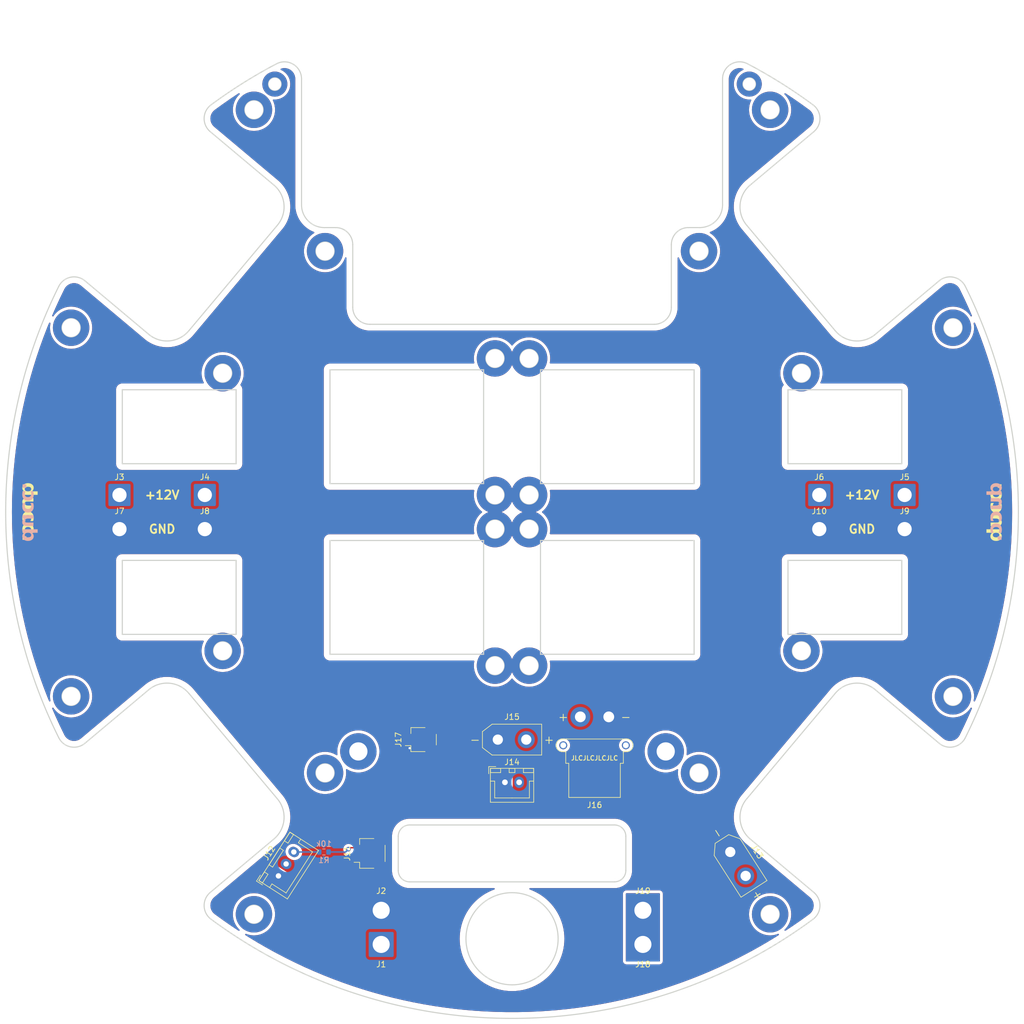
<source format=kicad_pcb>
(kicad_pcb (version 20221018) (generator pcbnew)
  (title_block (title "layer 2 pcb drawing") (date "2023-11-10") (company "8076ducc Robotics Competition Team"))
  (layers (0 "F.Cu" signal) (31 "B.Cu" signal) (34 "B.Paste" user) (35 "F.Paste" user) (36 "B.SilkS" user "B.Silkscreen") (37 "F.SilkS" user "F.Silkscreen") (38 "B.Mask" user) (39 "F.Mask" user) (44 "Edge.Cuts" user))
  (net 0 "")
  (net 1 "+12V")
  (net 2 "GND")
  (net 3 "/BATT")
  (net 4 "+3V3")
  (net 5 "Net-(J12-Pin_3)")
  (footprint "Connector_AMASS:AMASS_XT30UPB-F_1x02_P5.0mm_Vertical" (layer "F.Cu") (at 143.357043 164.747279 -57.3)
    (fp_text reference "J13" (at 2.5 -4 -57.3) (layer "F.SilkS"))
    (fp_text value "XT60-F")
    (fp_text user "+" (at 9 0 -57.3) (layer "F.SilkS") (effects (font (size 1.5 1.5))))
    (fp_text user "-" (at -4 0 -57.3) (layer "F.SilkS") (effects (font (size 1.5 1.5))))
    (fp_line (start -2.71 -1.41) (end -2.71 1.41) (stroke (width 0.12)) (layer "F.SilkS"))
    (fp_line (start -2.71 -1.41) (end -1.01 -2.71) (stroke (width 0.12)) (layer "F.SilkS"))
    (fp_line (start -2.71 1.41) (end -1.01 2.71) (stroke (width 0.12)) (layer "F.SilkS"))
    (fp_line (start -1.01 -2.71) (end 7.71 -2.71) (stroke (width 0.12)) (layer "F.SilkS"))
    (fp_line (start -1.01 2.71) (end 7.71 2.71) (stroke (width 0.12)) (layer "F.SilkS"))
    (fp_line (start 7.71 -2.71) (end 7.71 2.71) (stroke (width 0.12)) (layer "F.SilkS"))
    (pad "1" thru_hole rect (at 0 0 302.7) (size 3 3) (drill 1.8) (layers "*.Cu" "*.Mask") (net 2 "GND"))
    (pad "2" thru_hole circle (at 5 0 302.7) (size 3 3) (drill 1.8) (layers "*.Cu" "*.Mask") (net 1 "+12V"))
  )
  (footprint "Connector_JST:JST_XH_B2B-XH-A_1x02_P2.50mm_Vertical" (layer "F.Cu") (at 103.75 152.5)
    (fp_text reference "J14" (at 1.25 -3.55) (layer "F.SilkS"))
    (fp_text value "XH2.54 2P")
    (fp_line (start -2.85 -2.75) (end -2.85 -1.5) (stroke (width 0.12)) (layer "F.SilkS"))
    (fp_line (start -2.56 -2.46) (end -2.56 3.51) (stroke (width 0.12)) (layer "F.SilkS"))
    (fp_line (start -2.56 3.51) (end 5.06 3.51) (stroke (width 0.12)) (layer "F.SilkS"))
    (fp_line (start -2.55 -2.45) (end -2.55 -1.7) (stroke (width 0.12)) (layer "F.SilkS"))
    (fp_line (start -2.55 -1.7) (end -0.75 -1.7) (stroke (width 0.12)) (layer "F.SilkS"))
    (fp_line (start -2.55 -0.2) (end -1.8 -0.2) (stroke (width 0.12)) (layer "F.SilkS"))
    (fp_line (start -1.8 -0.2) (end -1.8 2.75) (stroke (width 0.12)) (layer "F.SilkS"))
    (fp_line (start -1.8 2.75) (end 1.25 2.75) (stroke (width 0.12)) (layer "F.SilkS"))
    (fp_line (start -1.6 -2.75) (end -2.85 -2.75) (stroke (width 0.12)) (layer "F.SilkS"))
    (fp_line (start -0.75 -2.45) (end -2.55 -2.45) (stroke (width 0.12)) (layer "F.SilkS"))
    (fp_line (start -0.75 -1.7) (end -0.75 -2.45) (stroke (width 0.12)) (layer "F.SilkS"))
    (fp_line (start 0.75 -2.45) (end 0.75 -1.7) (stroke (width 0.12)) (layer "F.SilkS"))
    (fp_line (start 0.75 -1.7) (end 1.75 -1.7) (stroke (width 0.12)) (layer "F.SilkS"))
    (fp_line (start 1.75 -2.45) (end 0.75 -2.45) (stroke (width 0.12)) (layer "F.SilkS"))
    (fp_line (start 1.75 -1.7) (end 1.75 -2.45) (stroke (width 0.12)) (layer "F.SilkS"))
    (fp_line (start 3.25 -2.45) (end 3.25 -1.7) (stroke (width 0.12)) (layer "F.SilkS"))
    (fp_line (start 3.25 -1.7) (end 5.05 -1.7) (stroke (width 0.12)) (layer "F.SilkS"))
    (fp_line (start 4.3 -0.2) (end 4.3 2.75) (stroke (width 0.12)) (layer "F.SilkS"))
    (fp_line (start 4.3 2.75) (end 1.25 2.75) (stroke (width 0.12)) (layer "F.SilkS"))
    (fp_line (start 5.05 -2.45) (end 3.25 -2.45) (stroke (width 0.12)) (layer "F.SilkS"))
    (fp_line (start 5.05 -1.7) (end 5.05 -2.45) (stroke (width 0.12)) (layer "F.SilkS"))
    (fp_line (start 5.05 -0.2) (end 4.3 -0.2) (stroke (width 0.12)) (layer "F.SilkS"))
    (fp_line (start 5.06 -2.46) (end -2.56 -2.46) (stroke (width 0.12)) (layer "F.SilkS"))
    (fp_line (start 5.06 3.51) (end 5.06 -2.46) (stroke (width 0.12)) (layer "F.SilkS"))
    (pad "1" thru_hole roundrect (at 0 0) (size 1.7 2) (drill 1) (layers "*.Cu" "*.Mask") (roundrect_rratio 0.1470588235) (net 2 "GND"))
    (pad "2" thru_hole oval (at 2.5 0) (size 1.7 2) (drill 1) (layers "*.Cu" "*.Mask") (net 1 "+12V"))
  )
  (footprint "Connector_JST:JST_SH_SM02B-SRSS-TB_1x02-1MP_P1.00mm_Horizontal" (layer "F.Cu") (at 89 145 90)
    (fp_text reference "J17" (at 0 -3.98 90) (layer "F.SilkS"))
    (fp_text value "SH1.0 2P")
    (fp_line (start -2.11 -1.785) (end -1.06 -1.785) (stroke (width 0.12)) (layer "F.SilkS"))
    (fp_line (start -2.11 0.715) (end -2.11 -1.785) (stroke (width 0.12)) (layer "F.SilkS"))
    (fp_line (start -1.06 -1.785) (end -1.06 -2.775) (stroke (width 0.12)) (layer "F.SilkS"))
    (fp_line (start -0.94 2.685) (end 0.94 2.685) (stroke (width 0.12)) (layer "F.SilkS"))
    (fp_line (start 2.11 -1.785) (end 1.06 -1.785) (stroke (width 0.12)) (layer "F.SilkS"))
    (fp_line (start 2.11 0.715) (end 2.11 -1.785) (stroke (width 0.12)) (layer "F.SilkS"))
    (pad "1" smd roundrect (at -0.5 -2 90) (size 0.6 1.55) (layers "F.Cu" "F.Paste" "F.Mask") (net 2 "GND"))
    (pad "2" smd roundrect (at 0.5 -2 90) (size 0.6 1.55) (layers "F.Cu" "F.Paste" "F.Mask") (net 2 "GND"))
    (pad "MP" smd roundrect (at -1.8 1.875 90) (size 1.2 1.8) (layers "F.Cu" "F.Paste" "F.Mask") (roundrect_rratio 0.2083333333))
    (pad "MP" smd roundrect (at 1.8 1.875 90) (size 1.2 1.8) (layers "F.Cu" "F.Paste" "F.Mask") (roundrect_rratio 0.2083333333))
  )
  (footprint "Connector_Wire:SolderWire-2.5sqmm_1x01_D2.4mm_OD4.4mm" (layer "F.Cu") (at 128 181)
    (fp_text reference "J18" (at 0 3.5) (layer "F.SilkS"))
    (fp_text value "Conn_01x01_Female")
    (pad "1" thru_hole roundrect (at 0 0) (size 4.4 4.4) (drill 3) (layers "*.Cu" "*.Mask") (roundrect_rratio 0.05681795455) (net 3 "/BATT"))
  )
  (footprint "Connector_Wire:SolderWire-2.5sqmm_1x01_D2.4mm_OD4.4mm" (layer "F.Cu") (at 82 175)
    (fp_text reference "J2" (at 0 -3.4) (layer "F.SilkS"))
    (fp_text value "Conn_01x01_Female")
    (pad "1" thru_hole roundrect (at 0 0) (size 4.4 4.4) (drill 3) (layers "*.Cu" "*.Mask") (roundrect_rratio 0.05681795455) (net 2 "GND"))
  )
  (footprint "Connector_Wire:SolderWire-2sqmm_1x01_D2mm_OD3.9mm" (layer "F.Cu") (at 174 108)
    (fp_text reference "J9" (at 0 -3.15) (layer "F.SilkS"))
    (fp_text value "Conn_01x01_Female")
    (pad "1" thru_hole roundrect (at 0 0) (size 3.9 3.9) (drill 2.5) (layers "*.Cu" "*.Mask") (roundrect_rratio 0.06410307692) (net 2 "GND"))
  )
  (footprint "Connector_JST:JST_XH_B3B-XH-A_1x03_P2.50mm_Vertical" (layer "F.Cu") (at 63.941829 168.954881 57.301)
    (fp_text reference "J12" (at 2.5 -3.55 57.301) (layer "F.SilkS"))
    (fp_text value "XH2.54 3P")
    (fp_line (start -2.85 -2.75) (end -2.85 -1.5) (stroke (width 0.12)) (layer "F.SilkS"))
    (fp_line (start -2.56 -2.46) (end -2.56 3.51) (stroke (width 0.12)) (layer "F.SilkS"))
    (fp_line (start -2.56 3.51) (end 7.56 3.51) (stroke (width 0.12)) (layer "F.SilkS"))
    (fp_line (start -2.55 -2.45) (end -2.55 -1.7) (stroke (width 0.12)) (layer "F.SilkS"))
    (fp_line (start -2.55 -1.7) (end -0.75 -1.7) (stroke (width 0.12)) (layer "F.SilkS"))
    (fp_line (start -2.55 -0.2) (end -1.8 -0.2) (stroke (width 0.12)) (layer "F.SilkS"))
    (fp_line (start -1.8 -0.2) (end -1.8 2.75) (stroke (width 0.12)) (layer "F.SilkS"))
    (fp_line (start -1.8 2.75) (end 2.5 2.75) (stroke (width 0.12)) (layer "F.SilkS"))
    (fp_line (start -1.6 -2.75) (end -2.85 -2.75) (stroke (width 0.12)) (layer "F.SilkS"))
    (fp_line (start -0.75 -2.45) (end -2.55 -2.45) (stroke (width 0.12)) (layer "F.SilkS"))
    (fp_line (start -0.75 -1.7) (end -0.75 -2.45) (stroke (width 0.12)) (layer "F.SilkS"))
    (fp_line (start 0.75 -2.45) (end 0.75 -1.7) (stroke (width 0.12)) (layer "F.SilkS"))
    (fp_line (start 0.75 -1.7) (end 4.25 -1.7) (stroke (width 0.12)) (layer "F.SilkS"))
    (fp_line (start 4.25 -2.45) (end 0.75 -2.45) (stroke (width 0.12)) (layer "F.SilkS"))
    (fp_line (start 4.25 -1.7) (end 4.25 -2.45) (stroke (width 0.12)) (layer "F.SilkS"))
    (fp_line (start 5.75 -2.45) (end 5.75 -1.7) (stroke (width 0.12)) (layer "F.SilkS"))
    (fp_line (start 5.75 -1.7) (end 7.55 -1.7) (stroke (width 0.12)) (layer "F.SilkS"))
    (fp_line (start 6.8 -0.2) (end 6.8 2.75) (stroke (width 0.12)) (layer "F.SilkS"))
    (fp_line (start 6.8 2.75) (end 2.5 2.75) (stroke (width 0.12)) (layer "F.SilkS"))
    (fp_line (start 7.55 -2.45) (end 5.75 -2.45) (stroke (width 0.12)) (layer "F.SilkS"))
    (fp_line (start 7.55 -1.7) (end 7.55 -2.45) (stroke (width 0.12)) (layer "F.SilkS"))
    (fp_line (start 7.55 -0.2) (end 6.8 -0.2) (stroke (width 0.12)) (layer "F.SilkS"))
    (fp_line (start 7.56 -2.46) (end -2.56 -2.46) (stroke (width 0.12)) (layer "F.SilkS"))
    (fp_line (start 7.56 3.51) (end 7.56 -2.46) (stroke (width 0.12)) (layer "F.SilkS"))
    (pad "1" thru_hole roundrect (at 0 0 57.301) (size 1.7 1.95) (drill 0.95) (layers "*.Cu" "*.Mask") (roundrect_rratio 0.1470588235) (net 2 "GND"))
    (pad "2" thru_hole oval (at 2.5 0 57.301) (size 1.7 1.95) (drill 0.95) (layers "*.Cu" "*.Mask") (net 1 "+12V"))
    (pad "3" thru_hole oval (at 5 0 57.301) (size 1.7 1.95) (drill 0.95) (layers "*.Cu" "*.Mask") (net 5 "Net-(J12-Pin_3)"))
  )
  (footprint "MountingHole:MountingHole_3.2mm_M3_Pad" (layer "F.Cu") (at 102 78)
    (fp_text reference "H17")
    (fp_text value "MountingHole")
    (pad "1" thru_hole circle (at 0 0) (size 6.4 6.4) (drill 3.2) (layers "*.Cu" "*.Mask"))
  )
  (footprint "MountingHole:MountingHole_3.2mm_M3_Pad" (layer "F.Cu") (at 102 108)
    (fp_text reference "H23")
    (fp_text value "MountingHole")
    (pad "1" thru_hole circle (at 0 0) (size 6.4 6.4) (drill 3.2) (layers "*.Cu" "*.Mask"))
  )
  (footprint "MountingHole:MountingHole_3.2mm_M3_Pad" (layer "F.Cu") (at 155.865 80.595)
    (fp_text reference "H12")
    (fp_text value "MountingHole")
    (pad "1" thru_hole circle (at 0 0) (size 6.4 6.4) (drill 3.2) (layers "*.Cu" "*.Mask"))
  )
  (footprint "MountingHole:MountingHole_3.2mm_M3_Pad" (layer "F.Cu") (at 132.012016 147.075539)
    (fp_text reference "H26")
    (fp_text value "MountingHole")
    (pad "1" thru_hole circle (at 0 0) (size 6.4 6.4) (drill 3.2) (layers "*.Cu" "*.Mask"))
  )
  (footprint "Connector_AMASS:AMASS_XT30UPB-F_1x02_P5.0mm_Vertical" (layer "F.Cu") (at 102.5 145)
    (fp_text reference "J15" (at 2.5 -4) (layer "F.SilkS"))
    (fp_text value "XT60-F")
    (fp_text user "-" (at -4 0) (layer "F.SilkS") (effects (font (size 1.5 1.5))))
    (fp_text user "+" (at 9 0) (layer "F.SilkS") (effects (font (size 1.5 1.5))))
    (fp_line (start -2.71 -1.41) (end -2.71 1.41) (stroke (width 0.12)) (layer "F.SilkS"))
    (fp_line (start -2.71 -1.41) (end -1.01 -2.71) (stroke (width 0.12)) (layer "F.SilkS"))
    (fp_line (start -2.71 1.41) (end -1.01 2.71) (stroke (width 0.12)) (layer "F.SilkS"))
    (fp_line (start -1.01 -2.71) (end 7.71 -2.71) (stroke (width 0.12)) (layer "F.SilkS"))
    (fp_line (start -1.01 2.71) (end 7.71 2.71) (stroke (width 0.12)) (layer "F.SilkS"))
    (fp_line (start 7.71 -2.71) (end 7.71 2.71) (stroke (width 0.12)) (layer "F.SilkS"))
    (pad "1" thru_hole rect (at 0 0) (size 3 3) (drill 1.8) (layers "*.Cu" "*.Mask") (net 2 "GND"))
    (pad "2" thru_hole circle (at 5 0) (size 3 3) (drill 1.8) (layers "*.Cu" "*.Mask") (net 1 "+12V"))
  )
  (footprint "MountingHole:MountingHole_2.2mm_M2_Pad" (layer "F.Cu") (at 63.306373 29.782705)
    (fp_text reference "H33" hide)
    (fp_text value "MountingHole")
    (pad "1" thru_hole circle (at 0 0) (size 4.4 4.4) (drill 2.2) (layers "*.Cu" "*.Mask"))
  )
  (footprint "MountingHole:MountingHole_3.2mm_M3_Pad" (layer "F.Cu") (at 77.987984 147.075539)
    (fp_text reference "H25")
    (fp_text value "MountingHole")
    (pad "1" thru_hole circle (at 0 0) (size 6.4 6.4) (drill 3.2) (layers "*.Cu" "*.Mask"))
  )
  (footprint "MountingHole:MountingHole_3.2mm_M3_Pad" (layer "F.Cu") (at 54.1351 129.405)
    (fp_text reference "H16")
    (fp_text value "MountingHole")
    (pad "1" thru_hole circle (at 0 0) (size 6.4 6.4) (drill 3.2) (layers "*.Cu" "*.Mask"))
  )
  (footprint "Connector_AMASS:AMASS_XT30PW-F_1x02_P2.50mm_Horizontal" (layer "F.Cu") (at 122 141 180)
    (fp_text reference "J16" (at 2.5 -15.5) (layer "F.SilkS"))
    (fp_text value "XT60-F")
    (fp_text user "+" (at 8 0) (layer "F.SilkS") (effects (font (size 1.5 1.5))))
    (fp_text user "-" (at -3 0) (layer "F.SilkS") (effects (font (size 1.5 1.5))))
    (fp_line (start -3.26 -6.11) (end -2.56 -6.11) (stroke (width 0.12)) (layer "F.SilkS"))
    (fp_line (start -3.26 -3.89) (end 8.26 -3.89) (stroke (width 0.12)) (layer "F.SilkS"))
    (fp_line (start -2.56 -8.16) (end -2.56 -6.11) (stroke (width 0.12)) (layer "F.SilkS"))
    (fp_line (start -2.56 -8.16) (end -2.03 -8.16) (stroke (width 0.12)) (layer "F.SilkS"))
    (fp_line (start -2.03 -14.16) (end -2.03 -8.16) (stroke (width 0.12)) (layer "F.SilkS"))
    (fp_line (start -2.03 -14.16) (end 7 -14.16) (stroke (width 0.12)) (layer "F.SilkS"))
    (fp_line (start 7.03 -14.16) (end 7.03 -8.16) (stroke (width 0.12)) (layer "F.SilkS"))
    (fp_line (start 7.03 -8.16) (end 7.56 -8.16) (stroke (width 0.12)) (layer "F.SilkS"))
    (fp_line (start 7.56 -8.16) (end 7.56 -6.11) (stroke (width 0.12)) (layer "F.SilkS"))
    (fp_line (start 7.56 -6.11) (end 8.26 -6.11) (stroke (width 0.12)) (layer "F.SilkS"))
    (fp_arc (start -3.321729 -3.903365) (mid -4.256653 -5.086124) (end -3.15 -6.11) (stroke (width 0.12)) (layer "F.SilkS"))
    (fp_arc (start 8.15 -6.11) (mid 9.26 -5) (end 8.15 -3.89) (stroke (width 0.12)) (layer "F.SilkS"))
    (pad "" thru_hole circle (at -3 -5 270) (size 1.4 1.4) (drill 1) (layers "*.Cu" "*.Mask"))
    (pad "" thru_hole circle (at 8 -5 180) (size 1.4 1.4) (drill 1) (layers "*.Cu" "*.Mask"))
    (pad "1" thru_hole rect (at 0 0 180) (size 3.5 3.5) (drill 1.9) (layers "*.Cu" "*.Mask") (net 2 "GND"))
    (pad "2" thru_hole circle (at 5 0 180) (size 3.5 3.5) (drill 1.9) (layers "*.Cu" "*.Mask") (net 1 "+12V"))
  )
  (footprint "MountingHole:MountingHole_3.2mm_M3_Pad" (layer "F.Cu") (at 108 108)
    (fp_text reference "H21")
    (fp_text value "MountingHole")
    (pad "1" thru_hole circle (at 0 0) (size 6.4 6.4) (drill 3.2) (layers "*.Cu" "*.Mask"))
  )
  (footprint "MountingHole:MountingHole_3.2mm_M3_Pad" (layer "F.Cu") (at 59.637893 34.30149)
    (fp_text reference "H1")
    (fp_text value "MountingHole")
    (pad "1" thru_hole circle (at 0 0) (size 6.4 6.4) (drill 3.2) (layers "*.Cu" "*.Mask"))
  )
  (footprint "Connector_Wire:SolderWire-2sqmm_1x01_D2mm_OD3.9mm" (layer "F.Cu") (at 51 108)
    (fp_text reference "J8" (at 0 -3.15) (layer "F.SilkS"))
    (fp_text value "Conn_01x01_Female")
    (pad "1" thru_hole roundrect (at 0 0) (size 3.9 3.9) (drill 2.5) (layers "*.Cu" "*.Mask") (roundrect_rratio 0.06410307692) (net 2 "GND"))
  )
  (footprint "MountingHole:MountingHole_3.2mm_M3_Pad" (layer "F.Cu") (at 54.1351 80.595)
    (fp_text reference "H9")
    (fp_text value "MountingHole")
    (pad "1" thru_hole circle (at 0 0) (size 6.4 6.4) (drill 3.2) (layers "*.Cu" "*.Mask"))
  )
  (footprint "Connector_JST:JST_SH_SM03B-SRSS-TB_1x03-1MP_P1.00mm_Horizontal" (layer "F.Cu") (at 80 165 90)
    (fp_text reference "J11" (at 0 -3.98 90) (layer "F.SilkS"))
    (fp_text value "SH1.0 3P")
    (fp_line (start -2.61 -1.785) (end -1.56 -1.785) (stroke (width 0.12)) (layer "F.SilkS"))
    (fp_line (start -2.61 0.715) (end -2.61 -1.785) (stroke (width 0.12)) (layer "F.SilkS"))
    (fp_line (start -1.56 -1.785) (end -1.56 -2.775) (stroke (width 0.12)) (layer "F.SilkS"))
    (fp_line (start -1.44 2.685) (end 1.44 2.685) (stroke (width 0.12)) (layer "F.SilkS"))
    (fp_line (start 2.61 -1.785) (end 1.56 -1.785) (stroke (width 0.12)) (layer "F.SilkS"))
    (fp_line (start 2.61 0.715) (end 2.61 -1.785) (stroke (width 0.12)) (layer "F.SilkS"))
    (pad "1" smd roundrect (at -1 -2 90) (size 0.6 1.55) (layers "F.Cu" "F.Paste" "F.Mask") (net 2 "GND"))
    (pad "2" smd roundrect (at 0 -2 90) (size 0.6 1.55) (layers "F.Cu" "F.Paste" "F.Mask") (net 2 "GND"))
    (pad "3" smd roundrect (at 1 -2 90) (size 0.6 1.55) (layers "F.Cu" "F.Paste" "F.Mask") (net 4 "+3V3"))
    (pad "MP" smd roundrect (at -2.3 1.875 90) (size 1.2 1.8) (layers "F.Cu" "F.Paste" "F.Mask") (roundrect_rratio 0.2083333333))
    (pad "MP" smd roundrect (at 2.3 1.875 90) (size 1.2 1.8) (layers "F.Cu" "F.Paste" "F.Mask") (roundrect_rratio 0.2083333333))
  )
  (footprint "MountingHole:MountingHole_2.2mm_M2_Pad" (layer "F.Cu") (at 146.693627 29.782705)
    (fp_text reference "H34" hide)
    (fp_text value "MountingHole")
    (pad "1" thru_hole circle (at 0 0) (size 4.4 4.4) (drill 2.2) (layers "*.Cu" "*.Mask"))
  )
  (footprint "Connector_Wire:SolderWire-2.5sqmm_1x01_D2.4mm_OD4.4mm" (layer "F.Cu") (at 128 175)
    (fp_text reference "J19" (at 0 -3.4) (layer "F.SilkS"))
    (fp_text value "Conn_01x01_Female")
    (pad "1" thru_hole roundrect (at 0 0) (size 4.4 4.4) (drill 3) (layers "*.Cu" "*.Mask") (roundrect_rratio 0.05681795455) (net 3 "/BATT"))
  )
  (footprint "MountingHole:MountingHole_3.2mm_M3_Pad" (layer "F.Cu") (at 72.1332 150.854)
    (fp_text reference "H15")
    (fp_text value "MountingHole")
    (pad "1" thru_hole circle (at 0 0) (size 6.4 6.4) (drill 3.2) (layers "*.Cu" "*.Mask"))
  )
  (footprint "MountingHole:MountingHole_3.2mm_M3_Pad" (layer "F.Cu") (at 72.1332 59.1457)
    (fp_text reference "H10")
    (fp_text value "MountingHole")
    (pad "1" thru_hole circle (at 0 0) (size 6.4 6.4) (drill 3.2) (layers "*.Cu" "*.Mask"))
  )
  (footprint "MountingHole:MountingHole_3.2mm_M3_Pad" (layer "F.Cu") (at 27.4985 72.6037)
    (fp_text reference "H8")
    (fp_text value "MountingHole")
    (pad "1" thru_hole circle (at 0 0) (size 6.4 6.4) (drill 3.2) (layers "*.Cu" "*.Mask"))
  )
  (footprint "Connector_Wire:SolderWire-2sqmm_1x01_D2mm_OD3.9mm" (layer "F.Cu") (at 159 102)
    (fp_text reference "J6" (at 0 -3.15) (layer "F.SilkS"))
    (fp_text value "Conn_01x01_Female")
    (pad "1" thru_hole roundrect (at 0 0) (size 3.9 3.9) (drill 2.5) (layers "*.Cu" "*.Mask") (roundrect_rratio 0.06410307692) (net 1 "+12V"))
  )
  (footprint "MountingHole:MountingHole_3.2mm_M3_Pad" (layer "F.Cu") (at 137.867 150.854)
    (fp_text reference "H14")
    (fp_text value "MountingHole")
    (pad "1" thru_hole circle (at 0 0) (size 6.4 6.4) (drill 3.2) (layers "*.Cu" "*.Mask"))
  )
  (footprint "Connector_Wire:SolderWire-2sqmm_1x01_D2mm_OD3.9mm" (layer "F.Cu") (at 174 102)
    (fp_text reference "J5" (at 0 -3.15) (layer "F.SilkS"))
    (fp_text value "Conn_01x01_Female")
    (pad "1" thru_hole roundrect (at 0 0) (size 3.9 3.9) (drill 2.5) (layers "*.Cu" "*.Mask") (roundrect_rratio 0.06410307692) (net 1 "+12V"))
  )
  (footprint "MountingHole:MountingHole_3.2mm_M3_Pad" (layer "F.Cu") (at 182.501 72.6037)
    (fp_text reference "H3")
    (fp_text value "MountingHole")
    (pad "1" thru_hole circle (at 0 0) (size 6.4 6.4) (drill 3.2) (layers "*.Cu" "*.Mask"))
  )
  (footprint "MountingHole:MountingHole_3.2mm_M3_Pad" (layer "F.Cu") (at 137.867 59.1457)
    (fp_text reference "H11")
    (fp_text value "MountingHole")
    (pad "1" thru_hole circle (at 0 0) (size 6.4 6.4) (drill 3.2) (layers "*.Cu" "*.Mask"))
  )
  (footprint "Connector_Wire:SolderWire-2sqmm_1x01_D2mm_OD3.9mm" (layer "F.Cu") (at 36 102)
    (fp_text reference "J3" (at 0 -3.15) (layer "F.SilkS"))
    (fp_text value "Conn_01x01_Female")
    (pad "1" thru_hole roundrect (at 0 0) (size 3.9 3.9) (drill 2.5) (layers "*.Cu" "*.Mask") (roundrect_rratio 0.06410307692) (net 1 "+12V"))
  )
  (footprint "MountingHole:MountingHole_3.2mm_M3_Pad" (layer "F.Cu") (at 182.501 137.396)
    (fp_text reference "H4")
    (fp_text value "MountingHole")
    (pad "1" thru_hole circle (at 0 0) (size 6.4 6.4) (drill 3.2) (layers "*.Cu" "*.Mask"))
  )
  (footprint "MountingHole:MountingHole_3.2mm_M3_Pad" (layer "F.Cu") (at 27.4985 137.396)
    (fp_text reference "H7")
    (fp_text value "MountingHole")
    (pad "1" thru_hole circle (at 0 0) (size 6.4 6.4) (drill 3.2) (layers "*.Cu" "*.Mask"))
  )
  (footprint "Connector_Wire:SolderWire-2sqmm_1x01_D2mm_OD3.9mm" (layer "F.Cu") (at 51 102)
    (fp_text reference "J4" (at 0 -3.15) (layer "F.SilkS"))
    (fp_text value "Conn_01x01_Female")
    (pad "1" thru_hole roundrect (at 0 0) (size 3.9 3.9) (drill 2.5) (layers "*.Cu" "*.Mask") (roundrect_rratio 0.06410307692) (net 1 "+12V"))
  )
  (footprint "MountingHole:MountingHole_3.2mm_M3_Pad" (layer "F.Cu") (at 59.6379 175.699)
    (fp_text reference "H6")
    (fp_text value "MountingHole")
    (pad "1" thru_hole circle (at 0 0) (size 6.4 6.4) (drill 3.2) (layers "*.Cu" "*.Mask"))
  )
  (footprint "MountingHole:MountingHole_3.2mm_M3_Pad" (layer "F.Cu") (at 150.362107 34.30149)
    (fp_text reference "H2")
    (fp_text value "MountingHole")
    (pad "1" thru_hole circle (at 0 0) (size 6.4 6.4) (drill 3.2) (layers "*.Cu" "*.Mask"))
  )
  (footprint "MountingHole:MountingHole_3.2mm_M3_Pad" (layer "F.Cu") (at 155.865 129.405)
    (fp_text reference "H13")
    (fp_text value "MountingHole")
    (pad "1" thru_hole circle (at 0 0) (size 6.4 6.4) (drill 3.2) (layers "*.Cu" "*.Mask"))
  )
  (footprint "MountingHole:MountingHole_3.2mm_M3_Pad" (layer "F.Cu") (at 108 102)
    (fp_text reference "H20")
    (fp_text value "MountingHole")
    (pad "1" thru_hole circle (at 0 0) (size 6.4 6.4) (drill 3.2) (layers "*.Cu" "*.Mask"))
  )
  (footprint "MountingHole:MountingHole_3.2mm_M3_Pad" (layer "F.Cu") (at 108 132)
    (fp_text reference "H22")
    (fp_text value "MountingHole")
    (pad "1" thru_hole circle (at 0 0) (size 6.4 6.4) (drill 3.2) (layers "*.Cu" "*.Mask"))
  )
  (footprint "Connector_Wire:SolderWire-2sqmm_1x01_D2mm_OD3.9mm" (layer "F.Cu") (at 159 108)
    (fp_text reference "J10" (at 0 -3.15) (layer "F.SilkS"))
    (fp_text value "Conn_01x01_Female")
    (pad "1" thru_hole roundrect (at 0 0) (size 3.9 3.9) (drill 2.5) (layers "*.Cu" "*.Mask") (roundrect_rratio 0.06410307692) (net 2 "GND"))
  )
  (footprint "MountingHole:MountingHole_3.2mm_M3_Pad" (layer "F.Cu") (at 102 102)
    (fp_text reference "H18")
    (fp_text value "MountingHole")
    (pad "1" thru_hole circle (at 0 0) (size 6.4 6.4) (drill 3.2) (layers "*.Cu" "*.Mask"))
  )
  (footprint "MountingHole:MountingHole_3.2mm_M3_Pad" (layer "F.Cu") (at 108 78)
    (fp_text reference "H19")
    (fp_text value "MountingHole")
    (pad "1" thru_hole circle (at 0 0) (size 6.4 6.4) (drill 3.2) (layers "*.Cu" "*.Mask"))
  )
  (footprint "Connector_Wire:SolderWire-2.5sqmm_1x01_D2.4mm_OD4.4mm" (layer "F.Cu") (at 82 181)
    (fp_text reference "J1" (at 0 3.5) (layer "F.SilkS"))
    (fp_text value "Conn_01x01_Female")
    (pad "1" thru_hole roundrect (at 0 0) (size 4.4 4.4) (drill 3) (layers "*.Cu" "*.Mask") (roundrect_rratio 0.05681795455) (net 1 "+12V"))
  )
  (footprint "MountingHole:MountingHole_3.2mm_M3_Pad" (layer "F.Cu") (at 102 132)
    (fp_text reference "H24")
    (fp_text value "MountingHole")
    (pad "1" thru_hole circle (at 0 0) (size 6.4 6.4) (drill 3.2) (layers "*.Cu" "*.Mask"))
  )
  (footprint "MountingHole:MountingHole_3.2mm_M3_Pad" (layer "F.Cu") (at 150.362 175.699)
    (fp_text reference "H5")
    (fp_text value "MountingHole")
    (pad "1" thru_hole circle (at 0 0) (size 6.4 6.4) (drill 3.2) (layers "*.Cu" "*.Mask"))
  )
  (footprint "Connector_Wire:SolderWire-2sqmm_1x01_D2mm_OD3.9mm" (layer "F.Cu") (at 36 108)
    (fp_text reference "J7" (at 0 -3.15) (layer "F.SilkS"))
    (fp_text value "Conn_01x01_Female")
    (pad "1" thru_hole roundrect (at 0 0) (size 3.9 3.9) (drill 2.5) (layers "*.Cu" "*.Mask") (roundrect_rratio 0.06410307692) (net 2 "GND"))
  )
  (footprint "Resistor_SMD:R_0603_1608Metric" (layer "B.Cu") (at 71.925 164.75)
    (fp_text reference "R1" (at 0 1.43) (layer "B.SilkS") (effects (justify mirror)))
    (fp_text value "10k" (at 0 -1.43) (layer "B.SilkS") (effects (justify mirror)))
    (fp_line (start -0.237258 -0.5225) (end 0.237258 -0.5225) (stroke (width 0.12)) (layer "B.SilkS"))
    (fp_line (start -0.237258 0.5225) (end 0.237258 0.5225) (stroke (width 0.12)) (layer "B.SilkS"))
    (pad "1" smd roundrect (at -0.825 0) (size 0.8 0.95) (layers "B.Cu" "B.Paste" "B.Mask") (net 5 "Net-(J12-Pin_3)"))
    (pad "2" smd roundrect (at 0.825 0) (size 0.8 0.95) (layers "B.Cu" "B.Paste" "B.Mask") (net 4 "+3V3"))
  )
  (gr_arc (start 25.330811 65.328595) (mid 27.404624 63.728825) (end 29.944652 64.3677) (stroke (width 0.2)) (layer "Edge.Cuts"))
  (gr_line (start 29.944652 145.6323) (end 41.139374 136.238813) (stroke (width 0.2)) (layer "Edge.Cuts"))
  (gr_circle (center 150.362107 175.69851) (end 148.762107 175.69851) (stroke (width 0.2)) (fill none) (layer "Edge.Cuts"))
  (gr_line (start 56.5 126.5) (end 36.5 126.5) (stroke (width 0.2)) (layer "Edge.Cuts"))
  (gr_circle (center 146.693627 29.782705) (end 145.593627 29.782705) (stroke (width 0.2)) (fill none) (layer "Edge.Cuts"))
  (gr_line (start 153.5 113.5) (end 173.5 113.5) (stroke (width 0.2)) (layer "Edge.Cuts"))
  (gr_line (start 73 110) (end 100 110) (stroke (width 0.2)) (layer "Edge.Cuts"))
  (gr_circle (center 108 108) (end 106.4 108) (stroke (width 0.2)) (fill none) (layer "Edge.Cuts"))
  (gr_line (start 73 100) (end 73 80) (stroke (width 0.2)) (layer "Edge.Cuts"))
  (gr_circle (center 59.637893 34.30149) (end 58.037893 34.30149) (stroke (width 0.2)) (fill none) (layer "Edge.Cuts"))
  (gr_arc (start 29.944652 145.6323) (mid 27.40463 146.271148) (end 25.330811 144.671405) (stroke (width 0.2)) (layer "Edge.Cuts"))
  (gr_circle (center 155.864887 80.594994) (end 154.264887 80.594994) (stroke (width 0.2)) (fill none) (layer "Edge.Cuts"))
  (gr_arc (start 146.395361 26.212792) (mid 152.287131 29.601546) (end 157.903117 33.430032) (stroke (width 0.2)) (layer "Edge.Cuts"))
  (gr_arc (start 87 170) (mid 85.585786 169.414214) (end 85 168) (stroke (width 0.2)) (layer "Edge.Cuts"))
  (gr_circle (center 27.498512 137.396287) (end 25.898512 137.396287) (stroke (width 0.2)) (fill none) (layer "Edge.Cuts"))
  (gr_line (start 173.5 83.5) (end 173.5 96.5) (stroke (width 0.2)) (layer "Edge.Cuts"))
  (gr_circle (center 182.501488 72.603713) (end 180.901488 72.603713) (stroke (width 0.2)) (fill none) (layer "Edge.Cuts"))
  (gr_arc (start 63.604651 26.212786) (mid 66.551436 26.300843) (end 68 28.868535) (stroke (width 0.2)) (layer "Edge.Cuts"))
  (gr_arc (start 72 55) (mid 69.171573 53.828427) (end 68 51) (stroke (width 0.2)) (layer "Edge.Cuts"))
  (gr_circle (center 54.135113 129.405006) (end 52.535113 129.405006) (stroke (width 0.2)) (fill none) (layer "Edge.Cuts"))
  (gr_arc (start 80 72) (mid 77.87868 71.12132) (end 77 69) (stroke (width 0.2)) (layer "Edge.Cuts"))
  (gr_arc (start 133 69) (mid 132.12132 71.12132) (end 130 72) (stroke (width 0.2)) (layer "Edge.Cuts"))
  (gr_arc (start 161.816466 136.855097) (mid 165.210912 135.088041) (end 168.860626 136.238813) (stroke (width 0.2)) (layer "Edge.Cuts"))
  (gr_line (start 130 72) (end 80 72) (stroke (width 0.2)) (layer "Edge.Cuts"))
  (gr_arc (start 63.146493 47.534123) (mid 64.913527 50.928565) (end 63.762777 54.578283) (stroke (width 0.2)) (layer "Edge.Cuts"))
  (gr_line (start 153.5 126.5) (end 153.5 113.5) (stroke (width 0.2)) (layer "Edge.Cuts"))
  (gr_arc (start 52.096883 176.569968) (mid 50.881545 174.24987) (end 51.951772 171.859363) (stroke (width 0.2)) (layer "Edge.Cuts"))
  (gr_circle (center 108 78) (end 106.4 78) (stroke (width 0.2)) (fill none) (layer "Edge.Cuts"))
  (gr_circle (center 72.133166 150.854251) (end 70.533166 150.854251) (stroke (width 0.2)) (fill none) (layer "Edge.Cuts"))
  (gr_line (start 153.5 96.5) (end 153.5 83.5) (stroke (width 0.2)) (layer "Edge.Cuts"))
  (gr_line (start 173.5 96.5) (end 153.5 96.5) (stroke (width 0.2)) (layer "Edge.Cuts"))
  (gr_line (start 100 80) (end 100 100) (stroke (width 0.2)) (layer "Edge.Cuts"))
  (gr_line (start 41.139374 73.761187) (end 29.944652 64.3677) (stroke (width 0.2)) (layer "Edge.Cuts"))
  (gr_arc (start 74 55) (mid 76.12132 55.87868) (end 77 58) (stroke (width 0.2)) (layer "Edge.Cuts"))
  (gr_line (start 36.5 126.5) (end 36.5 113.5) (stroke (width 0.2)) (layer "Edge.Cuts"))
  (gr_line (start 85 162) (end 85 168) (stroke (width 0.2)) (layer "Edge.Cuts"))
  (gr_line (start 137 110) (end 137 130) (stroke (width 0.2)) (layer "Edge.Cuts"))
  (gr_line (start 73 80) (end 100 80) (stroke (width 0.2)) (layer "Edge.Cuts"))
  (gr_circle (center 150.362107 34.30149) (end 148.762107 34.30149) (stroke (width 0.2)) (fill none) (layer "Edge.Cuts"))
  (gr_circle (center 72.133166 59.145749) (end 70.533166 59.145749) (stroke (width 0.2)) (fill none) (layer "Edge.Cuts"))
  (gr_arc (start 168.860626 73.761187) (mid 165.21091 74.911936) (end 161.816466 73.144903) (stroke (width 0.2)) (layer "Edge.Cuts"))
  (gr_circle (center 137.866834 59.145749) (end 136.266834 59.145749) (stroke (width 0.2)) (fill none) (layer "Edge.Cuts"))
  (gr_circle (center 102 102) (end 100.4 102) (stroke (width 0.2)) (fill none) (layer "Edge.Cuts"))
  (gr_line (start 100 100) (end 73 100) (stroke (width 0.2)) (layer "Edge.Cuts"))
  (gr_line (start 36.5 96.5) (end 36.5 83.5) (stroke (width 0.2)) (layer "Edge.Cuts"))
  (gr_line (start 133 58) (end 133 69) (stroke (width 0.2)) (layer "Edge.Cuts"))
  (gr_line (start 110 130) (end 110 110) (stroke (width 0.2)) (layer "Edge.Cuts"))
  (gr_line (start 73 130) (end 73 110) (stroke (width 0.2)) (layer "Edge.Cuts"))
  (gr_line (start 63.762777 54.578283) (end 48.183534 73.144903) (stroke (width 0.2)) (layer "Edge.Cuts"))
  (gr_line (start 142 28.868535) (end 142 51) (stroke (width 0.2)) (layer "Edge.Cuts"))
  (gr_line (start 77 69) (end 77 58) (stroke (width 0.2)) (layer "Edge.Cuts"))
  (gr_line (start 48.183534 136.855097) (end 63.762777 155.421717) (stroke (width 0.2)) (layer "Edge.Cuts"))
  (gr_line (start 125 168) (end 125 162) (stroke (width 0.2)) (layer "Edge.Cuts"))
  (gr_line (start 74 55) (end 72 55) (stroke (width 0.2)) (layer "Edge.Cuts"))
  (gr_line (start 100 110) (end 100 130) (stroke (width 0.2)) (layer "Edge.Cuts"))
  (gr_line (start 110 100) (end 110 80) (stroke (width 0.2)) (layer "Edge.Cuts"))
  (gr_line (start 56.5 96.5) (end 36.5 96.5) (stroke (width 0.2)) (layer "Edge.Cuts"))
  (gr_line (start 87 170) (end 123 170) (stroke (width 0.2)) (layer "Edge.Cuts"))
  (gr_arc (start 184.669189 144.671405) (mid 182.595376 146.271175) (end 180.055348 145.6323) (stroke (width 0.2)) (layer "Edge.Cuts"))
  (gr_circle (center 102 108) (end 100.4 108) (stroke (width 0.2)) (fill none) (layer "Edge.Cuts"))
  (gr_line (start 146.853507 47.534123) (end 158.048228 38.140637) (stroke (width 0.2)) (layer "Edge.Cuts"))
  (gr_circle (center 105 180) (end 96.9 180) (stroke (width 0.2)) (fill none) (layer "Edge.Cuts"))
  (gr_circle (center 102 78) (end 100.4 78) (stroke (width 0.2)) (fill none) (layer "Edge.Cuts"))
  (gr_circle (center 137.866834 150.854251) (end 136.266834 150.854251) (stroke (width 0.2)) (fill none) (layer "Edge.Cuts"))
  (gr_circle (center 155.864887 129.405006) (end 154.264887 129.405006) (stroke (width 0.2)) (fill none) (layer "Edge.Cuts"))
  (gr_line (start 180.055348 64.3677) (end 168.860626 73.761187) (stroke (width 0.2)) (layer "Edge.Cuts"))
  (gr_circle (center 108 132) (end 106.4 132) (stroke (width 0.2)) (fill none) (layer "Edge.Cuts"))
  (gr_arc (start 142 51) (mid 140.828427 53.828427) (end 138 55) (stroke (width 0.2)) (layer "Edge.Cuts"))
  (gr_line (start 123 160) (end 87 160) (stroke (width 0.2)) (layer "Edge.Cuts"))
  (gr_line (start 146.237223 155.421717) (end 161.816466 136.855097) (stroke (width 0.2)) (layer "Edge.Cuts"))
  (gr_line (start 137 80) (end 137 100) (stroke (width 0.2)) (layer "Edge.Cuts"))
  (gr_arc (start 48.183534 73.144903) (mid 44.789088 74.911959) (end 41.139374 73.761187) (stroke (width 0.2)) (layer "Edge.Cuts"))
  (gr_line (start 173.5 126.5) (end 153.5 126.5) (stroke (width 0.2)) (layer "Edge.Cuts"))
  (gr_arc (start 184.669189 65.328595) (mid 194 105) (end 184.669189 144.671405) (stroke (width 0.2)) (layer "Edge.Cuts"))
  (gr_arc (start 25.330811 144.671405) (mid 16 105) (end 25.330811 65.328595) (stroke (width 0.2)) (layer "Edge.Cuts"))
  (gr_line (start 110 80) (end 137 80) (stroke (width 0.2)) (layer "Edge.Cuts"))
  (gr_line (start 137 100) (end 110 100) (stroke (width 0.2)) (layer "Edge.Cuts"))
  (gr_arc (start 133 58) (mid 133.87868 55.87868) (end 136 55) (stroke (width 0.2)) (layer "Edge.Cuts"))
  (gr_line (start 56.5 83.5) (end 56.5 96.5) (stroke (width 0.2)) (layer "Edge.Cuts"))
  (gr_line (start 56.5 113.5) (end 56.5 126.5) (stroke (width 0.2)) (layer "Edge.Cuts"))
  (gr_arc (start 158.048228 171.859363) (mid 159.118444 174.24987) (end 157.903117 176.569968) (stroke (width 0.2)) (layer "Edge.Cuts"))
  (gr_arc (start 52.096883 33.430032) (mid 57.712873 29.60154) (end 63.604651 26.212786) (stroke (width 0.2)) (layer "Edge.Cuts"))
  (gr_line (start 51.951772 38.140637) (end 63.146493 47.534123) (stroke (width 0.2)) (layer "Edge.Cuts"))
  (gr_circle (center 108 102) (end 106.4 102) (stroke (width 0.2)) (fill none) (layer "Edge.Cuts"))
  (gr_line (start 153.5 83.5) (end 173.5 83.5) (stroke (width 0.2)) (layer "Edge.Cuts"))
  (gr_line (start 137 130) (end 110 130) (stroke (width 0.2)) (layer "Edge.Cuts"))
  (gr_arc (start 157.903117 176.569968) (mid 105 194) (end 52.096883 176.569968) (stroke (width 0.2)) (layer "Edge.Cuts"))
  (gr_arc (start 146.853507 162.465877) (mid 145.086473 159.071435) (end 146.237223 155.421717) (stroke (width 0.2)) (layer "Edge.Cuts"))
  (gr_circle (center 27.498512 72.603713) (end 25.898512 72.603713) (stroke (width 0.2)) (fill none) (layer "Edge.Cuts"))
  (gr_arc (start 41.139374 136.238813) (mid 44.789086 135.088062) (end 48.183534 136.855097) (stroke (width 0.2)) (layer "Edge.Cuts"))
  (gr_circle (center 182.501488 137.396287) (end 180.901488 137.396287) (stroke (width 0.2)) (fill none) (layer "Edge.Cuts"))
  (gr_arc (start 125 168) (mid 124.414214 169.414214) (end 123 170) (stroke (width 0.2)) (layer "Edge.Cuts"))
  (gr_line (start 63.146493 162.465877) (end 51.951772 171.859363) (stroke (width 0.2)) (layer "Edge.Cuts"))
  (gr_arc (start 142 28.868535) (mid 143.448554 26.300813) (end 146.395361 26.212792) (stroke (width 0.2)) (layer "Edge.Cuts"))
  (gr_circle (center 59.637893 175.69851) (end 58.037893 175.69851) (stroke (width 0.2)) (fill none) (layer "Edge.Cuts"))
  (gr_arc (start 180.055348 64.3677) (mid 182.595377 63.728851) (end 184.669189 65.328595) (stroke (width 0.2)) (layer "Edge.Cuts"))
  (gr_circle (center 63.306373 29.782705) (end 62.206373 29.782705) (stroke (width 0.2)) (fill none) (layer "Edge.Cuts"))
  (gr_line (start 138 55) (end 136 55) (stroke (width 0.2)) (layer "Edge.Cuts"))
  (gr_line (start 161.816466 73.144903) (end 146.237223 54.578283) (stroke (width 0.2)) (layer "Edge.Cuts"))
  (gr_arc (start 157.903117 33.430032) (mid 159.118439 35.75013) (end 158.048228 38.140637) (stroke (width 0.2)) (layer "Edge.Cuts"))
  (gr_arc (start 63.762777 155.421717) (mid 64.913533 159.071435) (end 63.146493 162.465877) (stroke (width 0.2)) (layer "Edge.Cuts"))
  (gr_line (start 36.5 83.5) (end 56.5 83.5) (stroke (width 0.2)) (layer "Edge.Cuts"))
  (gr_arc (start 85 162) (mid 85.585786 160.585786) (end 87 160) (stroke (width 0.2)) (layer "Edge.Cuts"))
  (gr_arc (start 51.951772 38.140637) (mid 50.881542 35.75013) (end 52.096883 33.430032) (stroke (width 0.2)) (layer "Edge.Cuts"))
  (gr_line (start 100 130) (end 73 130) (stroke (width 0.2)) (layer "Edge.Cuts"))
  (gr_line (start 36.5 113.5) (end 56.5 113.5) (stroke (width 0.2)) (layer "Edge.Cuts"))
  (gr_line (start 173.5 113.5) (end 173.5 126.5) (stroke (width 0.2)) (layer "Edge.Cuts"))
  (gr_arc (start 123 160) (mid 124.414214 160.585786) (end 125 162) (stroke (width 0.2)) (layer "Edge.Cuts"))
  (gr_line (start 110 110) (end 137 110) (stroke (width 0.2)) (layer "Edge.Cuts"))
  (gr_arc (start 146.237223 54.578283) (mid 145.086467 50.928565) (end 146.853507 47.534123) (stroke (width 0.2)) (layer "Edge.Cuts"))
  (gr_circle (center 102 132) (end 100.4 132) (stroke (width 0.2)) (fill none) (layer "Edge.Cuts"))
  (gr_circle (center 54.135113 80.594994) (end 52.535113 80.594994) (stroke (width 0.2)) (fill none) (layer "Edge.Cuts"))
  (gr_line (start 68 51) (end 68 28.868535) (stroke (width 0.2)) (layer "Edge.Cuts"))
  (gr_line (start 168.860626 136.238813) (end 180.055348 145.6323) (stroke (width 0.2)) (layer "Edge.Cuts"))
  (gr_line (start 158.048228 171.859363) (end 146.853507 162.465877) (stroke (width 0.2)) (layer "Edge.Cuts"))
  (gr_text "ducc." (at 20 105 -90) (layer "B.SilkS") (effects (font (size 2.5 2.5) (thickness 0.25) bold) (justify mirror)))
  (gr_text "ducc." (at 190 105 90) (layer "B.SilkS") (effects (font (size 2.5 2.5) (thickness 0.25) bold) (justify mirror)))
  (gr_text "ducc." (at 190 105 90) (layer "F.SilkS") (effects (font (size 2.5 2.5) (thickness 0.25) bold)))
  (gr_text "ducc." (at 20 105 270) (layer "F.SilkS") (effects (font (size 2.5 2.5) (thickness 0.25) bold)))
  (gr_text "GND" (at 43.5 108) (layer "F.SilkS") (effects (font (size 1.5 1.5) (thickness 0.3) bold)))
  (gr_text "+12V" (at 43.5 102) (layer "F.SilkS") (effects (font (size 1.5 1.5) (thickness 0.3) bold)))
  (gr_text "GND" (at 166.5 108) (layer "F.SilkS") (effects (font (size 1.5 1.5) (thickness 0.3) bold)))
  (gr_text "+12V" (at 166.5 102) (layer "F.SilkS") (effects (font (size 1.5 1.5) (thickness 0.3) bold)))
  (gr_text "JLCJLCJLCJLC" (at 119.5 148.25) (layer "F.SilkS") (effects (font (size 0.8 0.8) (thickness 0.15) bold)))
  (segment (start 87 144.5) (end 87 145.5) (width 0.25) (layer "F.Cu") (net 2))
  (segment (start 78 166) (end 82 170) (width 0.25) (layer "F.Cu") (net 2))
  (segment (start 78 165) (end 77 165) (width 0.25) (layer "F.Cu") (net 2))
  (segment (start 76 166) (end 76 170) (width 0.25) (layer "F.Cu") (net 2))
  (segment (start 81 175) (end 82 175) (width 0.25) (layer "F.Cu") (net 2))
  (segment (start 82 171.25) (end 82 175) (width 0.25) (layer "F.Cu") (net 2))
  (segment (start 82 170) (end 82 171.25) (width 0.25) (layer "F.Cu") (net 2))
  (segment (start 76 170) (end 81 175) (width 0.25) (layer "F.Cu") (net 2))
  (segment (start 87 145.5) (end 87 146.5) (width 0.25) (layer "F.Cu") (net 2))
  (segment (start 77 165) (end 76 166) (width 0.25) (layer "F.Cu") (net 2))
  (via (at 87 146.5) (size 0.8) (drill 0.4) (layers "F.Cu" "B.Cu") (net 2))
  (segment (start 78 164) (end 76.5 164) (width 0.25) (layer "F.Cu") (net 4))
  (segment (start 76.5 164) (end 76.25 164.25) (width 0.25) (layer "F.Cu") (net 4))
  (via (at 76.25 164.25) (size 0.8) (drill 0.4) (layers "F.Cu" "B.Cu") (net 4))
  (segment (start 76.25 164.25) (end 75.75 164.75) (width 0.25) (layer "B.Cu") (net 4))
  (segment (start 76.25 164.25) (end 75.75272 164.74728) (width 0.25) (layer "B.Cu") (net 4))
  (segment (start 75.75 164.75) (end 72.75 164.75) (width 0.25) (layer "B.Cu") (net 4))
  (segment (start 71.1 164.75) (end 66.645677 164.75) (width 0.25) (layer "B.Cu") (net 5))
  (segment (start 66.645677 164.75) (end 66.642957 164.74728) (width 0.25) (layer "B.Cu") (net 5))
  (zone (net 1) (net_name "+12V") (layer "F.Cu") (connect_pads yes (clearance 0.508)) (min_thickness 0.254) (fill yes (thermal_gap 0.508) (thermal_bridge_width 0.508))
    (polygon (pts (xy 15 15) (xy 195 15) (xy 195 195) (xy 15 195)))
  )
  (zone (net 3) (net_name "/BATT") (layers "F&B.Cu") (priority 1) (connect_pads yes (clearance 0.508)) (min_thickness 0.25) (fill yes (thermal_gap 0.5) (thermal_bridge_width 0.5))
    (polygon (pts (xy 125 184) (xy 131 184) (xy 131 172) (xy 125 172)))
  )
  (zone (net 2) (net_name "GND") (layer "B.Cu") (connect_pads yes (clearance 0.508)) (min_thickness 0.254) (fill yes (thermal_gap 0.508) (thermal_bridge_width 0.508))
    (polygon (pts (xy 15 15) (xy 195 15) (xy 195 195) (xy 15 195)))
  )
)
</source>
